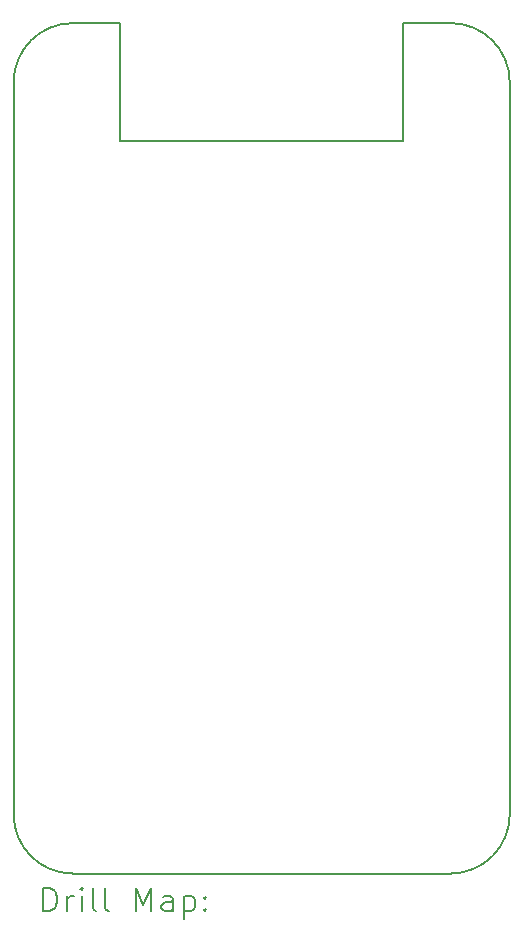
<source format=gbr>
%TF.GenerationSoftware,KiCad,Pcbnew,9.0.2-9.0.2-0~ubuntu24.04.1*%
%TF.CreationDate,2025-06-12T20:24:59+02:00*%
%TF.ProjectId,PCB_Robot,5043425f-526f-4626-9f74-2e6b69636164,rev?*%
%TF.SameCoordinates,Original*%
%TF.FileFunction,Drillmap*%
%TF.FilePolarity,Positive*%
%FSLAX45Y45*%
G04 Gerber Fmt 4.5, Leading zero omitted, Abs format (unit mm)*
G04 Created by KiCad (PCBNEW 9.0.2-9.0.2-0~ubuntu24.04.1) date 2025-06-12 20:24:59*
%MOMM*%
%LPD*%
G01*
G04 APERTURE LIST*
%ADD10C,0.200000*%
G04 APERTURE END LIST*
D10*
X12144040Y-7051800D02*
X12144040Y-8051800D01*
X12144040Y-8051800D02*
X14544040Y-8051800D01*
X14544040Y-8051800D02*
X14544040Y-7051800D01*
X14944040Y-7051800D02*
X14544040Y-7051800D01*
X14944040Y-7051800D02*
G75*
G02*
X15444040Y-7551800I0J-500000D01*
G01*
X15444040Y-13751800D02*
X15444040Y-7551800D01*
X15444040Y-13751800D02*
G75*
G02*
X14944040Y-14251800I-500000J0D01*
G01*
X11744040Y-14251800D02*
X14944040Y-14251800D01*
X11744040Y-14251800D02*
G75*
G02*
X11244040Y-13751800I0J500000D01*
G01*
X11244040Y-7551800D02*
X11244040Y-13751800D01*
X11244040Y-7551800D02*
G75*
G02*
X11744040Y-7051800I500000J0D01*
G01*
X12144040Y-7051800D02*
X11744040Y-7051800D01*
X11494817Y-14573284D02*
X11494817Y-14373284D01*
X11494817Y-14373284D02*
X11542436Y-14373284D01*
X11542436Y-14373284D02*
X11571007Y-14382808D01*
X11571007Y-14382808D02*
X11590055Y-14401855D01*
X11590055Y-14401855D02*
X11599579Y-14420903D01*
X11599579Y-14420903D02*
X11609102Y-14458998D01*
X11609102Y-14458998D02*
X11609102Y-14487569D01*
X11609102Y-14487569D02*
X11599579Y-14525665D01*
X11599579Y-14525665D02*
X11590055Y-14544712D01*
X11590055Y-14544712D02*
X11571007Y-14563760D01*
X11571007Y-14563760D02*
X11542436Y-14573284D01*
X11542436Y-14573284D02*
X11494817Y-14573284D01*
X11694817Y-14573284D02*
X11694817Y-14439950D01*
X11694817Y-14478046D02*
X11704341Y-14458998D01*
X11704341Y-14458998D02*
X11713864Y-14449474D01*
X11713864Y-14449474D02*
X11732912Y-14439950D01*
X11732912Y-14439950D02*
X11751960Y-14439950D01*
X11818626Y-14573284D02*
X11818626Y-14439950D01*
X11818626Y-14373284D02*
X11809102Y-14382808D01*
X11809102Y-14382808D02*
X11818626Y-14392331D01*
X11818626Y-14392331D02*
X11828150Y-14382808D01*
X11828150Y-14382808D02*
X11818626Y-14373284D01*
X11818626Y-14373284D02*
X11818626Y-14392331D01*
X11942436Y-14573284D02*
X11923388Y-14563760D01*
X11923388Y-14563760D02*
X11913864Y-14544712D01*
X11913864Y-14544712D02*
X11913864Y-14373284D01*
X12047198Y-14573284D02*
X12028150Y-14563760D01*
X12028150Y-14563760D02*
X12018626Y-14544712D01*
X12018626Y-14544712D02*
X12018626Y-14373284D01*
X12275769Y-14573284D02*
X12275769Y-14373284D01*
X12275769Y-14373284D02*
X12342436Y-14516141D01*
X12342436Y-14516141D02*
X12409102Y-14373284D01*
X12409102Y-14373284D02*
X12409102Y-14573284D01*
X12590055Y-14573284D02*
X12590055Y-14468522D01*
X12590055Y-14468522D02*
X12580531Y-14449474D01*
X12580531Y-14449474D02*
X12561483Y-14439950D01*
X12561483Y-14439950D02*
X12523388Y-14439950D01*
X12523388Y-14439950D02*
X12504341Y-14449474D01*
X12590055Y-14563760D02*
X12571007Y-14573284D01*
X12571007Y-14573284D02*
X12523388Y-14573284D01*
X12523388Y-14573284D02*
X12504341Y-14563760D01*
X12504341Y-14563760D02*
X12494817Y-14544712D01*
X12494817Y-14544712D02*
X12494817Y-14525665D01*
X12494817Y-14525665D02*
X12504341Y-14506617D01*
X12504341Y-14506617D02*
X12523388Y-14497093D01*
X12523388Y-14497093D02*
X12571007Y-14497093D01*
X12571007Y-14497093D02*
X12590055Y-14487569D01*
X12685293Y-14439950D02*
X12685293Y-14639950D01*
X12685293Y-14449474D02*
X12704341Y-14439950D01*
X12704341Y-14439950D02*
X12742436Y-14439950D01*
X12742436Y-14439950D02*
X12761483Y-14449474D01*
X12761483Y-14449474D02*
X12771007Y-14458998D01*
X12771007Y-14458998D02*
X12780531Y-14478046D01*
X12780531Y-14478046D02*
X12780531Y-14535188D01*
X12780531Y-14535188D02*
X12771007Y-14554236D01*
X12771007Y-14554236D02*
X12761483Y-14563760D01*
X12761483Y-14563760D02*
X12742436Y-14573284D01*
X12742436Y-14573284D02*
X12704341Y-14573284D01*
X12704341Y-14573284D02*
X12685293Y-14563760D01*
X12866245Y-14554236D02*
X12875769Y-14563760D01*
X12875769Y-14563760D02*
X12866245Y-14573284D01*
X12866245Y-14573284D02*
X12856722Y-14563760D01*
X12856722Y-14563760D02*
X12866245Y-14554236D01*
X12866245Y-14554236D02*
X12866245Y-14573284D01*
X12866245Y-14449474D02*
X12875769Y-14458998D01*
X12875769Y-14458998D02*
X12866245Y-14468522D01*
X12866245Y-14468522D02*
X12856722Y-14458998D01*
X12856722Y-14458998D02*
X12866245Y-14449474D01*
X12866245Y-14449474D02*
X12866245Y-14468522D01*
M02*

</source>
